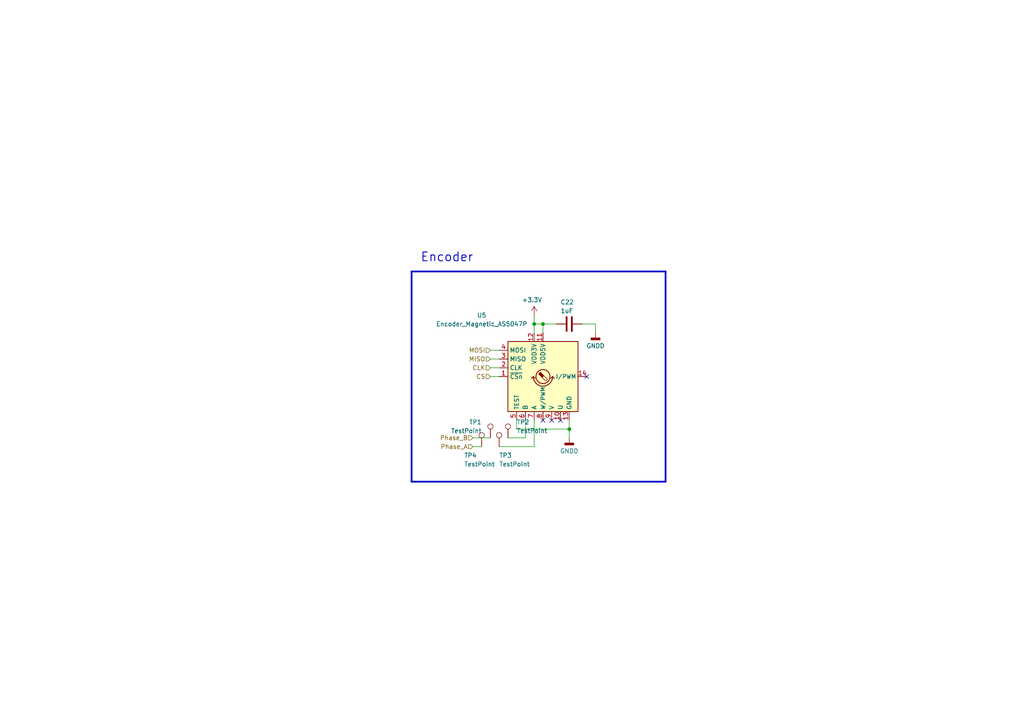
<source format=kicad_sch>
(kicad_sch (version 20230121) (generator eeschema)
  (paper "A4")
  (lib_symbols
    (symbol "Connector:TestPoint" (pin_numbers hide) (pin_names (offset 0.762) hide)
      (property "Reference" "TP" (at 0 6.858 0))
      (property "Value" "TestPoint" (at 0 5.08 0))
      (symbol "TestPoint_0_1"
        (circle (center 0 3.302) (radius 0.762))
      )
      (symbol "TestPoint_1_1"
        (pin passive line (at 0 0 90) (length 2.54) (name "1") (number "1"))
      )
    )
    (symbol "Device:C" (pin_numbers hide) (pin_names (offset 0.254))
      (property "Reference" "C" (at 0.635 2.54 0))
      (property "Value" "C" (at 0.635 -2.54 0))
      (symbol "C_0_1"
        (polyline (pts (xy -2.032 -0.762) (xy 2.032 -0.762)) (stroke (width 0.508)))
        (polyline (pts (xy -2.032 0.762) (xy 2.032 0.762)) (stroke (width 0.508)))
      )
      (symbol "C_1_1"
        (pin passive line (at 0 3.81 270) (length 2.794) (name "~") (number "1"))
        (pin passive line (at 0 -3.81 90) (length 2.794) (name "~") (number "2"))
      )
    )
    (symbol "MyLibrary:Encoder_Magnetic_AS5047P"
      (property "Reference" "U" (at -10.16 11.43 0))
      (property "Value" "Encoder_Magnetic_AS5047P" (at 10.16 11.43 0))
      (symbol "Encoder_Magnetic_AS5047P_0_1"
        (rectangle (start -10.16 10.16) (end 10.16 -10.16) (stroke (width 0.254)) (fill (type background)))
        (arc (start -2.794 0) (mid 0 -2.7819) (end 2.794 0) (stroke (width 0.254)))
        (polyline (pts (xy -2.794 0) (xy -3.302 -0.508)) (stroke (width 0.254)))
        (polyline (pts (xy -2.794 0) (xy -2.286 -0.508)) (stroke (width 0.254)))
        (polyline (pts (xy 2.794 0) (xy 2.286 -0.508)) (stroke (width 0.254)))
        (polyline (pts (xy 2.794 0) (xy 3.302 -0.508)) (stroke (width 0.254)))
      )
      (symbol "Encoder_Magnetic_AS5047P_1_1"
        (polyline (pts (xy 0.254 0.254) (xy 1.27 -0.762) (xy 0.762 -1.27) (xy -0.254 -0.254)))
        (polyline (pts (xy -0.762 1.27) (xy 0.254 0.254) (xy -0.254 -0.254) (xy -1.27 0.762) (xy -1.016 1.016) (xy -0.762 1.27) (xy -0.635 1.143)) (fill (type outline)))
        (circle (center 0 0) (radius 2.032) (stroke (width 0.254)))
        (pin input line (at -12.7 0 0) (length 2.54) (name "~{CSn}") (number "1"))
        (pin passive line (at 5.08 -12.7 90) (length 2.54) (name "U") (number "10"))
        (pin power_in line (at 0 12.7 270) (length 2.54) (name "VDD5V") (number "11"))
        (pin power_in line (at -2.54 12.7 270) (length 2.54) (name "VDD3V") (number "12"))
        (pin power_in line (at 7.62 -12.7 90) (length 2.54) (name "GND") (number "13"))
        (pin output line (at 12.7 0 180) (length 2.54) (name "I/PWM") (number "14"))
        (pin input line (at -12.7 2.54 0) (length 2.54) (name "CLK") (number "2"))
        (pin output line (at -12.7 5.08 0) (length 2.54) (name "MISO") (number "3"))
        (pin input line (at -12.7 7.62 0) (length 2.54) (name "MOSI") (number "4"))
        (pin passive line (at -7.62 -12.7 90) (length 2.54) (name "TEST") (number "5"))
        (pin passive line (at -5.08 -12.7 90) (length 2.54) (name "B") (number "6"))
        (pin passive line (at -2.54 -12.7 90) (length 2.54) (name "A") (number "7"))
        (pin passive line (at 0 -12.7 90) (length 2.54) (name "W/PWM") (number "8"))
        (pin passive line (at 2.54 -12.7 90) (length 2.54) (name "V") (number "9"))
      )
    )
    (symbol "power:+3.3V" (power) (pin_names (offset 0))
      (property "Value" "+3.3V" (at 0 3.556 0))
      (symbol "+3.3V_0_1"
        (polyline (pts (xy -0.762 1.27) (xy 0 2.54)))
        (polyline (pts (xy 0 0) (xy 0 2.54)))
        (polyline (pts (xy 0 2.54) (xy 0.762 1.27)))
      )
      (symbol "+3.3V_1_1"
        (pin power_in line (at 0 0 90) (length 0) hide (name "+3.3V") (number "1"))
      )
    )
    (symbol "power:GNDD" (power) (pin_names (offset 0))
      (property "Value" "GNDD" (at 0 -3.175 0))
      (symbol "GNDD_0_1"
        (rectangle (start -1.27 -1.524) (end 1.27 -2.032) (stroke (width 0.254)) (fill (type outline)))
        (polyline (pts (xy 0 0) (xy 0 -1.524)))
      )
      (symbol "GNDD_1_1"
        (pin power_in line (at 0 0 270) (length 0) hide (name "GNDD") (number "1"))
      )
    )
  )
  (junction (at 154.94 93.98))
  (junction (at 165.1 124.46))
  (junction (at 157.48 93.98))
  (no_connect (at 160.02 121.92))
  (no_connect (at 170.18 109.22))
  (no_connect (at 157.48 121.92))
  (no_connect (at 162.56 121.92))
  (wire (pts (xy 137.16 129.54) (xy 139.7 129.54)))
  (wire (pts (xy 157.48 93.98) (xy 161.29 93.98)))
  (polyline (pts (xy 119.38 78.74) (xy 119.38 139.7)) (stroke (width 0.5) (type solid)))
  (wire (pts (xy 165.1 127) (xy 165.1 124.46)))
  (wire (pts (xy 142.24 101.6) (xy 144.78 101.6)))
  (wire (pts (xy 154.94 93.98) (xy 154.94 96.52)))
  (wire (pts (xy 137.16 127) (xy 142.24 127)))
  (wire (pts (xy 152.4 127) (xy 152.4 121.92)))
  (polyline (pts (xy 119.38 78.74) (xy 193.04 78.74)) (stroke (width 0.5) (type solid)))
  (wire (pts (xy 142.24 109.22) (xy 144.78 109.22)))
  (wire (pts (xy 142.24 106.68) (xy 144.78 106.68)))
  (polyline (pts (xy 119.38 139.7) (xy 193.04 139.7)) (stroke (width 0.5) (type solid)))
  (wire (pts (xy 168.91 93.98) (xy 172.72 93.98)))
  (wire (pts (xy 154.94 93.98) (xy 157.48 93.98)))
  (wire (pts (xy 142.24 104.14) (xy 144.78 104.14)))
  (wire (pts (xy 157.48 96.52) (xy 157.48 93.98)))
  (wire (pts (xy 172.72 93.98) (xy 172.72 96.52)))
  (polyline (pts (xy 193.04 139.7) (xy 193.04 78.74)) (stroke (width 0.5) (type solid)))
  (wire (pts (xy 165.1 121.92) (xy 165.1 124.46)))
  (wire (pts (xy 149.86 124.46) (xy 165.1 124.46)))
  (wire (pts (xy 147.32 127) (xy 152.4 127)))
  (wire (pts (xy 144.78 129.54) (xy 154.94 129.54)))
  (wire (pts (xy 149.86 121.92) (xy 149.86 124.46)))
  (wire (pts (xy 154.94 91.44) (xy 154.94 93.98)))
  (wire (pts (xy 154.94 129.54) (xy 154.94 121.92)))
  (text "Encoder" (at 121.92 76.2 0) (effects (font (size 2.54 2.54) (thickness 0.254) bold) (justify left bottom)))
  (hierarchical_label "CS" (shape input) (at 142.24 109.22 180))
  (hierarchical_label "MOSI" (shape input) (at 142.24 101.6 180))
  (hierarchical_label "CLK" (shape input) (at 142.24 106.68 180))
  (hierarchical_label "MISO" (shape input) (at 142.24 104.14 180))
  (hierarchical_label "Phase_A" (shape input) (at 137.16 129.54 180))
  (hierarchical_label "Phase_B" (shape input) (at 137.16 127 180))
  (symbol (lib_id "power:GNDD") (at 165.1 127 0) (unit 1)
    (property "Reference" "#PWR058" (effects hide))
    (property "Value" "GNDD" (at 165.1 130.81 0))
    (instances (project "BLDC_Ver1" (path "" (reference "#PWR058") (unit 1))) (project "Control" (path "" (reference "#PWR061") (unit 1))) (project "MD" (path "" (reference "#PWR058") (unit 1))))
  )
  (symbol (lib_id "Connector:TestPoint") (at 142.24 127 0) (mirror y) (unit 1)
    (property "Reference" "TP1" (at 139.7 122.428 0) (effects (justify left)))
    (property "Value" "TestPoint" (at 139.7 124.968 0) (effects (justify left)))
    (property "Footprint" "TestPoint:TestPoint_Pad_1.0x1.0mm" (effects hide))
  )
  (symbol (lib_id "power:GNDD") (at 172.72 96.52 0) (unit 1)
    (property "Reference" "#PWR059" (effects hide))
    (property "Value" "GNDD" (at 172.72 100.33 0))
    (instances (project "BLDC_Ver1" (path "" (reference "#PWR059") (unit 1))) (project "Control" (path "" (reference "#PWR062") (unit 1))) (project "MD" (path "" (reference "#PWR059") (unit 1))))
  )
  (symbol (lib_id "Connector:TestPoint") (at 147.32 127 0) (unit 1)
    (property "Reference" "TP2" (at 149.86 122.428 0) (effects (justify left)))
    (property "Value" "TestPoint" (at 149.86 124.968 0) (effects (justify left)))
    (property "Footprint" "TestPoint:TestPoint_Pad_1.0x1.0mm" (effects hide))
  )
  (symbol (lib_id "Connector:TestPoint") (at 139.7 129.54 0) (unit 1)
    (property "Reference" "TP4" (at 134.62 132.08 0) (effects (justify left)))
    (property "Value" "TestPoint" (at 134.62 134.62 0) (effects (justify left)))
    (property "Footprint" "TestPoint:TestPoint_Pad_1.0x1.0mm" (effects hide))
  )
  (symbol (lib_id "Device:C") (at 165.1 93.98 270) (mirror x) (unit 1)
    (property "Reference" "C22" (at 162.56 87.63 90) (effects (justify left)))
    (property "Value" "1uF" (at 162.56 90.17 90) (effects (justify left)))
    (property "Footprint" "Capacitor_SMD:C_0402_1005Metric" (effects hide))
    (instances (project "BLDC_Ver1" (path "" (reference "C22") (unit 1))) (project "Control" (path "" (reference "C24") (unit 1))) (project "MD" (path "" (reference "C22") (unit 1))))
  )
  (symbol (lib_id "power:+3.3V") (at 154.94 91.44 0) (unit 1)
    (property "Reference" "#PWR057" (effects hide))
    (property "Value" "+3.3V" (at 154.305 86.995 0))
    (instances (project "BLDC_Ver1" (path "" (reference "#PWR057") (unit 1))) (project "Control" (path "" (reference "#PWR060") (unit 1))) (project "MD" (path "" (reference "#PWR057") (unit 1))))
  )
  (symbol (lib_id "Connector:TestPoint") (at 144.78 129.54 0) (unit 1)
    (property "Reference" "TP3" (at 144.78 132.08 0) (effects (justify left)))
    (property "Value" "TestPoint" (at 144.78 134.62 0) (effects (justify left)))
    (property "Footprint" "TestPoint:TestPoint_Pad_1.0x1.0mm" (effects hide))
  )
  (symbol (lib_id "MyLibrary:Encoder_Magnetic_AS5047P") (at 157.48 109.22 0) (unit 1)
    (property "Reference" "U5" (at 139.7 91.44 0))
    (property "Value" "Encoder_Magnetic_AS5047P" (at 139.7 93.98 0))
    (property "Footprint" "Package_SO:TSSOP-14_4.4x5mm_P0.65mm" (effects hide))
    (property "Datasheet" "https://ams.com/documents/20143/36005/AS5048_DS000298_4-00.pdf" (effects hide))
  )
)
</source>
